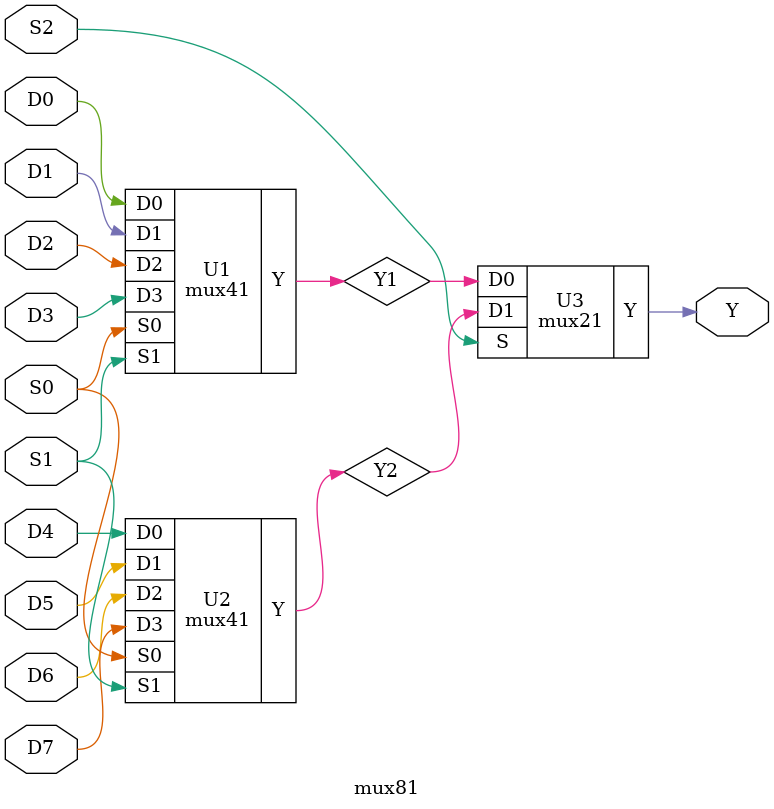
<source format=v>




module mux21(input wire S, D0, D1, output wire Y);

  assign Y = S ? D1 : D0;

endmodule


// mux 4:1 simple
module mux41(input wire S0, S1, D0, D1, D2, D3, output wire Y);

  wire Y1, Y2;

  mux21 U1(S0, D0, D1, Y1);

  mux21 U2(S0, D2, D3, Y2);

  mux21 U3(S1, Y1, Y2, Y);

endmodule


// mux 8:1 simple
module mux81(input wire S0, S1, S2, D0, D1, D2, D3, D4, D5, D6, D7, output wire Y);

  wire Y1, Y2;

  mux41 U1(S0, S1, D0, D1, D2, D3, Y1);

  mux41 U2(S0, S1, D4, D5, D6, D7, Y2);

  mux21 U3(S2, Y1, Y2, Y);

endmodule

</source>
